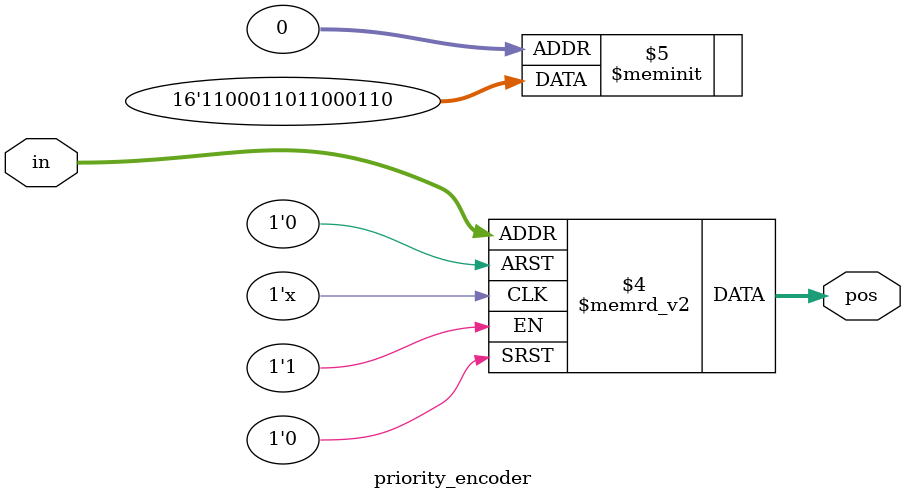
<source format=v>
module priority_encoder( 
input [2:0] in,
output reg [1:0] pos ); 
// When sel=1, assign b to out
always @ (in) begin
case (in)
	3'd0: pos = 2'd2;
	3'd1: pos = 2'd1;
	3'd2: pos = 2'd0;
	3'd3: pos = 2'd3;
	3'd4: pos = 2'd6;
	3'd5: pos = 2'd5;
	3'd6: pos = 2'd4;
	3'd7: pos = 2'd7;
	default: pos = 2'd0;
endcase
end
endmodule

</source>
